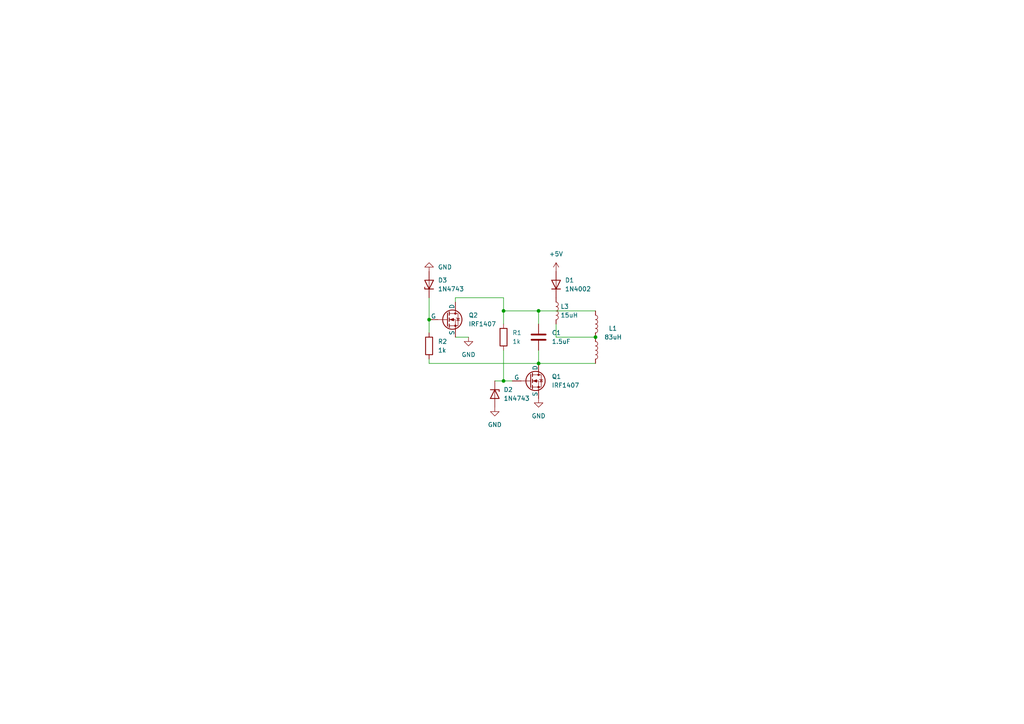
<source format=kicad_sch>
(kicad_sch (version 20230121) (generator eeschema)
  (paper "A4")
  (title_block (title "Induction charging transmitter circuit"))
  (lib_symbols
    (symbol "Device:C" (pin_numbers hide) (pin_names (offset 0.254))
      (property "Reference" "C" (at 0.635 2.54 0))
      (property "Value" "C" (at 0.635 -2.54 0))
      (symbol "C_0_1"
        (polyline (pts (xy -2.032 -0.762) (xy 2.032 -0.762)) (stroke (width 0.508)))
        (polyline (pts (xy -2.032 0.762) (xy 2.032 0.762)) (stroke (width 0.508)))
      )
      (symbol "C_1_1"
        (pin passive line (at 0 3.81 270) (length 2.794) (name "~") (number "1"))
        (pin passive line (at 0 -3.81 90) (length 2.794) (name "~") (number "2"))
      )
    )
    (symbol "Device:L" (pin_numbers hide) (pin_names (offset 1.016) hide)
      (property "Reference" "L" (at -1.27 0 90))
      (property "Value" "L" (at 1.905 0 90))
      (symbol "L_0_1"
        (arc (start 0 -2.54) (mid 0.6323 -1.905) (end 0 -1.27))
        (arc (start 0 -1.27) (mid 0.6323 -0.635) (end 0 0))
        (arc (start 0 0) (mid 0.6323 0.635) (end 0 1.27))
        (arc (start 0 1.27) (mid 0.6323 1.905) (end 0 2.54))
      )
      (symbol "L_1_1"
        (pin passive line (at 0 3.81 270) (length 1.27) (name "1") (number "1"))
        (pin passive line (at 0 -3.81 90) (length 1.27) (name "2") (number "2"))
      )
    )
    (symbol "Device:R" (pin_numbers hide) (pin_names (offset 0))
      (property "Reference" "R" (at 2.032 0 90))
      (property "Value" "R" (at 0 0 90))
      (symbol "R_0_1"
        (rectangle (start -1.016 -2.54) (end 1.016 2.54) (stroke (width 0.254)))
      )
      (symbol "R_1_1"
        (pin passive line (at 0 3.81 270) (length 1.27) (name "~") (number "1"))
        (pin passive line (at 0 -3.81 90) (length 1.27) (name "~") (number "2"))
      )
    )
    (symbol "Diode:1N4002" (pin_numbers hide) (pin_names hide)
      (property "Reference" "D" (at 0 2.54 0))
      (property "Value" "1N4002" (at 0 -2.54 0))
      (symbol "1N4002_0_1"
        (polyline (pts (xy -1.27 1.27) (xy -1.27 -1.27)) (stroke (width 0.254)))
        (polyline (pts (xy 1.27 0) (xy -1.27 0)))
        (polyline (pts (xy 1.27 1.27) (xy 1.27 -1.27) (xy -1.27 0) (xy 1.27 1.27)) (stroke (width 0.254)))
      )
      (symbol "1N4002_1_1"
        (pin passive line (at -3.81 0 0) (length 2.54) (name "K") (number "1"))
        (pin passive line (at 3.81 0 180) (length 2.54) (name "A") (number "2"))
      )
    )
    (symbol "Diode:1N47xxA" (pin_numbers hide) (pin_names hide)
      (property "Reference" "D" (at 0 2.54 0))
      (property "Value" "1N47xxA" (at 0 -2.54 0))
      (symbol "1N47xxA_0_1"
        (polyline (pts (xy 1.27 0) (xy -1.27 0)))
        (polyline (pts (xy -1.27 -1.27) (xy -1.27 1.27) (xy -0.762 1.27)) (stroke (width 0.254)))
        (polyline (pts (xy 1.27 -1.27) (xy 1.27 1.27) (xy -1.27 0) (xy 1.27 -1.27)) (stroke (width 0.254)))
      )
      (symbol "1N47xxA_1_1"
        (pin passive line (at -3.81 0 0) (length 2.54) (name "K") (number "1"))
        (pin passive line (at 3.81 0 180) (length 2.54) (name "A") (number "2"))
      )
    )
    (symbol "Simulation_SPICE:NMOS" (pin_numbers hide) (pin_names (offset 0))
      (property "Reference" "Q" (at 5.08 1.27 0))
      (property "Value" "NMOS" (at 5.08 -1.27 0))
      (symbol "NMOS_0_1"
        (polyline (pts (xy 0.254 0) (xy -2.54 0)))
        (polyline (pts (xy 0.254 1.905) (xy 0.254 -1.905)) (stroke (width 0.254)))
        (polyline (pts (xy 0.762 -1.27) (xy 0.762 -2.286)) (stroke (width 0.254)))
        (polyline (pts (xy 0.762 0.508) (xy 0.762 -0.508)) (stroke (width 0.254)))
        (polyline (pts (xy 0.762 2.286) (xy 0.762 1.27)) (stroke (width 0.254)))
        (polyline (pts (xy 2.54 2.54) (xy 2.54 1.778)))
        (polyline (pts (xy 2.54 -2.54) (xy 2.54 0) (xy 0.762 0)))
        (polyline (pts (xy 0.762 -1.778) (xy 3.302 -1.778) (xy 3.302 1.778) (xy 0.762 1.778)))
        (polyline (pts (xy 1.016 0) (xy 2.032 0.381) (xy 2.032 -0.381) (xy 1.016 0)) (fill (type outline)))
        (polyline (pts (xy 2.794 0.508) (xy 2.921 0.381) (xy 3.683 0.381) (xy 3.81 0.254)))
        (polyline (pts (xy 3.302 0.381) (xy 2.921 -0.254) (xy 3.683 -0.254) (xy 3.302 0.381)))
        (circle (center 1.651 0) (radius 2.794) (stroke (width 0.254)))
        (circle (center 2.54 -1.778) (radius 0.254) (fill (type outline)))
        (circle (center 2.54 1.778) (radius 0.254) (fill (type outline)))
      )
      (symbol "NMOS_1_1"
        (pin passive line (at 2.54 5.08 270) (length 2.54) (name "D") (number "1"))
        (pin input line (at -5.08 0 0) (length 2.54) (name "G") (number "2"))
        (pin passive line (at 2.54 -5.08 90) (length 2.54) (name "S") (number "3"))
      )
    )
    (symbol "power:+5V" (power) (pin_names (offset 0))
      (property "Value" "+5V" (at 0 3.556 0))
      (symbol "+5V_0_1"
        (polyline (pts (xy -0.762 1.27) (xy 0 2.54)))
        (polyline (pts (xy 0 0) (xy 0 2.54)))
        (polyline (pts (xy 0 2.54) (xy 0.762 1.27)))
      )
      (symbol "+5V_1_1"
        (pin power_in line (at 0 0 90) (length 0) hide (name "+5V") (number "1"))
      )
    )
    (symbol "power:GND" (power) (pin_names (offset 0))
      (property "Value" "GND" (at 0 -3.81 0))
      (symbol "GND_0_1"
        (polyline (pts (xy 0 0) (xy 0 -1.27) (xy 1.27 -1.27) (xy 0 -2.54) (xy -1.27 -1.27) (xy 0 -1.27)))
      )
      (symbol "GND_1_1"
        (pin power_in line (at 0 0 270) (length 0) hide (name "GND") (number "1"))
      )
    )
  )
  (junction (at 156.21 105.41))
  (junction (at 124.46 92.71))
  (junction (at 146.05 90.17))
  (junction (at 146.05 110.49))
  (junction (at 156.21 90.17))
  (junction (at 172.72 97.79))
  (wire (pts (xy 135.89 97.79) (xy 132.08 97.79)))
  (wire (pts (xy 156.21 90.17) (xy 146.05 90.17)))
  (wire (pts (xy 156.21 105.41) (xy 156.21 101.6)))
  (wire (pts (xy 172.72 90.17) (xy 156.21 90.17)))
  (wire (pts (xy 146.05 101.6) (xy 146.05 110.49)))
  (wire (pts (xy 146.05 90.17) (xy 146.05 86.36)))
  (wire (pts (xy 146.05 110.49) (xy 148.59 110.49)))
  (wire (pts (xy 172.72 97.79) (xy 161.29 97.79)))
  (wire (pts (xy 124.46 104.14) (xy 124.46 105.41)))
  (wire (pts (xy 124.46 92.71) (xy 124.46 96.52)))
  (wire (pts (xy 156.21 90.17) (xy 156.21 93.98)))
  (wire (pts (xy 143.51 110.49) (xy 146.05 110.49)))
  (wire (pts (xy 124.46 86.36) (xy 124.46 92.71)))
  (wire (pts (xy 146.05 90.17) (xy 146.05 93.98)))
  (wire (pts (xy 124.46 105.41) (xy 156.21 105.41)))
  (wire (pts (xy 172.72 105.41) (xy 156.21 105.41)))
  (wire (pts (xy 161.29 97.79) (xy 161.29 93.98)))
  (wire (pts (xy 146.05 86.36) (xy 132.08 86.36)))
  (wire (pts (xy 132.08 86.36) (xy 132.08 87.63)))
  (symbol (lib_id "power:GND") (at 156.21 115.57 0) (unit 1)
    (property "Reference" "#PWR04" (effects hide))
    (property "Value" "GND" (at 156.21 120.65 0))
  )
  (symbol (lib_id "Device:R") (at 146.05 97.79 180) (unit 1)
    (property "Reference" "R1" (at 148.59 96.52 0) (effects (justify right)))
    (property "Value" "1k" (at 148.59 99.06 0) (effects (justify right)))
  )
  (symbol (lib_id "Diode:1N4002") (at 161.29 82.55 90) (unit 1)
    (property "Reference" "D1" (at 163.83 81.28 90) (effects (justify right)))
    (property "Value" "1N4002" (at 163.83 83.82 90) (effects (justify right)))
    (property "Footprint" "Diode_THT:D_DO-41_SOD81_P10.16mm_Horizontal" (effects hide))
    (property "Datasheet" "http://www.vishay.com/docs/88503/1n4001.pdf" (effects hide))
    (property "Sim.Device" "D" (effects hide))
    (property "Sim.Pins" "1=K 2=A" (effects hide))
  )
  (symbol (lib_id "Device:C") (at 156.21 97.79 0) (unit 1)
    (property "Reference" "C1" (at 160.02 96.52 0) (effects (justify left)))
    (property "Value" "1.5uF" (at 160.02 99.06 0) (effects (justify left)))
  )
  (symbol (lib_id "Simulation_SPICE:NMOS") (at 153.67 110.49 0) (unit 1)
    (property "Reference" "Q1" (at 160.02 109.22 0) (effects (justify left)))
    (property "Value" "IRF1407" (at 160.02 111.76 0) (effects (justify left)))
    (property "Datasheet" "https://ngspice.sourceforge.io/docs/ngspice-manual.pdf" (effects hide))
    (property "Sim.Device" "NMOS" (effects hide))
    (property "Sim.Type" "VDMOS" (effects hide))
    (property "Sim.Pins" "1=D 2=G 3=S" (effects hide))
  )
  (symbol (lib_id "Device:L") (at 172.72 93.98 0) (unit 1)
    (property "Reference" "L1" (at 176.53 95.25 0) (effects (justify left)))
    (property "Value" "83uH" (at 175.26 97.79 0) (effects (justify left)))
  )
  (symbol (lib_id "power:GND") (at 124.46 78.74 180) (unit 1)
    (property "Reference" "#PWR01" (effects hide))
    (property "Value" "GND" (at 127 77.47 0) (effects (justify right)))
  )
  (symbol (lib_id "power:GND") (at 143.51 118.11 0) (unit 1)
    (property "Reference" "#PWR03" (effects hide))
    (property "Value" "GND" (at 143.51 123.19 0))
  )
  (symbol (lib_id "Simulation_SPICE:NMOS") (at 129.54 92.71 0) (unit 1)
    (property "Reference" "Q2" (at 135.89 91.44 0) (effects (justify left)))
    (property "Value" "IRF1407" (at 135.89 93.98 0) (effects (justify left)))
    (property "Datasheet" "https://ngspice.sourceforge.io/docs/ngspice-manual.pdf" (effects hide))
    (property "Sim.Device" "NMOS" (effects hide))
    (property "Sim.Type" "VDMOS" (effects hide))
    (property "Sim.Pins" "1=D 2=G 3=S" (effects hide))
  )
  (symbol (lib_id "Device:L") (at 172.72 101.6 0) (unit 1)
    (property "Reference" "L2" (effects hide))
    (property "Value" "L" (effects hide))
  )
  (symbol (lib_id "power:+5V") (at 161.29 78.74 0) (unit 1)
    (property "Reference" "#PWR05" (effects hide))
    (property "Value" "+5V" (at 161.29 73.66 0))
  )
  (symbol (lib_id "Diode:1N47xxA") (at 143.51 114.3 270) (unit 1)
    (property "Reference" "D2" (at 146.05 113.03 90) (effects (justify left)))
    (property "Value" "1N4743" (at 146.05 115.57 90) (effects (justify left)))
    (property "Footprint" "Diode_THT:D_DO-41_SOD81_P10.16mm_Horizontal" (effects hide))
  )
  (symbol (lib_id "Device:R") (at 124.46 100.33 180) (unit 1)
    (property "Reference" "R2" (at 127 99.06 0) (effects (justify right)))
    (property "Value" "1k" (at 127 101.6 0) (effects (justify right)))
  )
  (symbol (lib_id "power:GND") (at 135.89 97.79 0) (unit 1)
    (property "Reference" "#PWR02" (effects hide))
    (property "Value" "GND" (at 135.89 102.87 0))
  )
  (symbol (lib_id "Diode:1N47xxA") (at 124.46 82.55 90) (unit 1)
    (property "Reference" "D3" (at 127 81.28 90) (effects (justify right)))
    (property "Value" "1N4743" (at 127 83.82 90) (effects (justify right)))
    (property "Footprint" "Diode_THT:D_DO-41_SOD81_P10.16mm_Horizontal" (effects hide))
  )
  (symbol (lib_id "Device:L") (at 161.29 90.17 0) (unit 1)
    (property "Reference" "L3" (at 162.56 88.9 0) (effects (justify left)))
    (property "Value" "15uH" (at 162.56 91.44 0) (effects (justify left)))
  )
)
</source>
